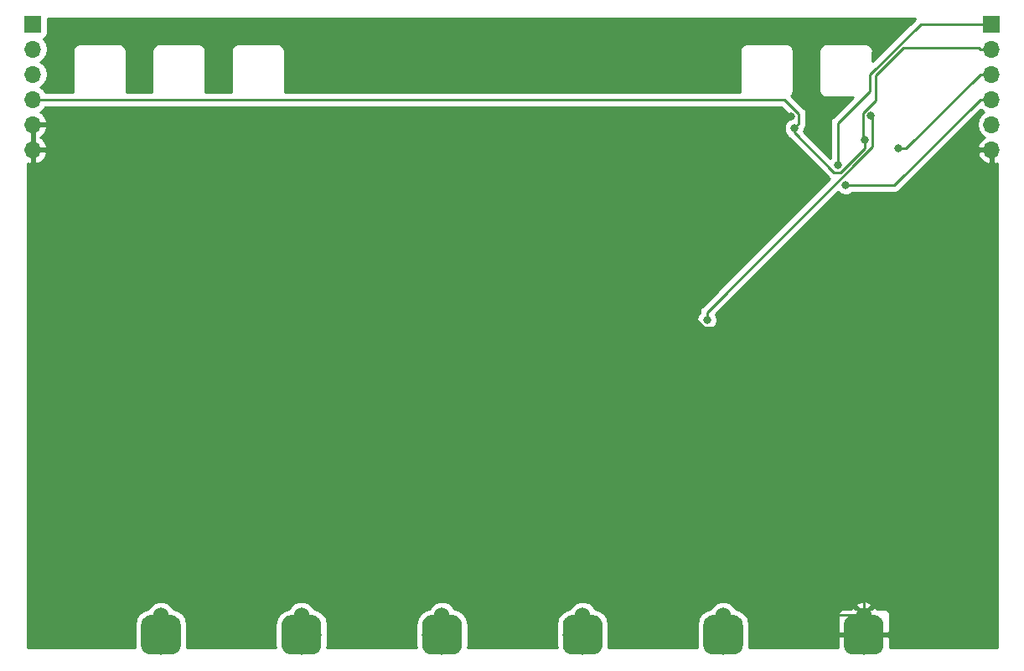
<source format=gbr>
G04 #@! TF.GenerationSoftware,KiCad,Pcbnew,5.0.2-bee76a0~70~ubuntu18.04.1*
G04 #@! TF.CreationDate,2018-12-10T16:15:13+09:00*
G04 #@! TF.ProjectId,2019_01,32303139-5f30-4312-9e6b-696361645f70,rev?*
G04 #@! TF.SameCoordinates,Original*
G04 #@! TF.FileFunction,Copper,L2,Bot*
G04 #@! TF.FilePolarity,Positive*
%FSLAX46Y46*%
G04 Gerber Fmt 4.6, Leading zero omitted, Abs format (unit mm)*
G04 Created by KiCad (PCBNEW 5.0.2-bee76a0~70~ubuntu18.04.1) date 2018年12月10日 16時15分13秒*
%MOMM*%
%LPD*%
G01*
G04 APERTURE LIST*
G04 #@! TA.AperFunction,Conductor*
%ADD10C,0.100000*%
G04 #@! TD*
G04 #@! TA.AperFunction,SMDPad,CuDef*
%ADD11C,4.000000*%
G04 #@! TD*
G04 #@! TA.AperFunction,ComponentPad*
%ADD12C,1.524000*%
G04 #@! TD*
G04 #@! TA.AperFunction,ComponentPad*
%ADD13R,1.700000X1.700000*%
G04 #@! TD*
G04 #@! TA.AperFunction,ComponentPad*
%ADD14O,1.700000X1.700000*%
G04 #@! TD*
G04 #@! TA.AperFunction,ViaPad*
%ADD15C,0.800000*%
G04 #@! TD*
G04 #@! TA.AperFunction,Conductor*
%ADD16C,0.250000*%
G04 #@! TD*
G04 #@! TA.AperFunction,Conductor*
%ADD17C,0.254000*%
G04 #@! TD*
G04 APERTURE END LIST*
D10*
G04 #@! TO.N,+5V*
G04 #@! TO.C,J3*
G36*
X152163017Y-100950415D02*
X152260090Y-100964815D01*
X152355285Y-100988660D01*
X152447683Y-101021720D01*
X152536397Y-101063679D01*
X152620570Y-101114130D01*
X152699393Y-101172590D01*
X152772107Y-101238493D01*
X152838010Y-101311207D01*
X152896470Y-101390030D01*
X152946921Y-101474203D01*
X152988880Y-101562917D01*
X153021940Y-101655315D01*
X153045785Y-101750510D01*
X153060185Y-101847583D01*
X153065000Y-101945600D01*
X153065000Y-103945600D01*
X153060185Y-104043617D01*
X153045785Y-104140690D01*
X153021940Y-104235885D01*
X152988880Y-104328283D01*
X152946921Y-104416997D01*
X152896470Y-104501170D01*
X152838010Y-104579993D01*
X152772107Y-104652707D01*
X152699393Y-104718610D01*
X152620570Y-104777070D01*
X152536397Y-104827521D01*
X152447683Y-104869480D01*
X152355285Y-104902540D01*
X152260090Y-104926385D01*
X152163017Y-104940785D01*
X152065000Y-104945600D01*
X150065000Y-104945600D01*
X149966983Y-104940785D01*
X149869910Y-104926385D01*
X149774715Y-104902540D01*
X149682317Y-104869480D01*
X149593603Y-104827521D01*
X149509430Y-104777070D01*
X149430607Y-104718610D01*
X149357893Y-104652707D01*
X149291990Y-104579993D01*
X149233530Y-104501170D01*
X149183079Y-104416997D01*
X149141120Y-104328283D01*
X149108060Y-104235885D01*
X149084215Y-104140690D01*
X149069815Y-104043617D01*
X149065000Y-103945600D01*
X149065000Y-101945600D01*
X149069815Y-101847583D01*
X149084215Y-101750510D01*
X149108060Y-101655315D01*
X149141120Y-101562917D01*
X149183079Y-101474203D01*
X149233530Y-101390030D01*
X149291990Y-101311207D01*
X149357893Y-101238493D01*
X149430607Y-101172590D01*
X149509430Y-101114130D01*
X149593603Y-101063679D01*
X149682317Y-101021720D01*
X149774715Y-100988660D01*
X149869910Y-100964815D01*
X149966983Y-100950415D01*
X150065000Y-100945600D01*
X152065000Y-100945600D01*
X152163017Y-100950415D01*
X152163017Y-100950415D01*
G37*
D11*
G04 #@! TD*
G04 #@! TO.P,J3,1*
G04 #@! TO.N,+5V*
X151065000Y-102945600D03*
D12*
G04 #@! TO.P,J3,1*
G04 #@! TO.N,+5V*
X151065000Y-100945600D03*
G04 #@! TD*
D10*
G04 #@! TO.N,D5*
G04 #@! TO.C,J4*
G36*
X166363017Y-100950415D02*
X166460090Y-100964815D01*
X166555285Y-100988660D01*
X166647683Y-101021720D01*
X166736397Y-101063679D01*
X166820570Y-101114130D01*
X166899393Y-101172590D01*
X166972107Y-101238493D01*
X167038010Y-101311207D01*
X167096470Y-101390030D01*
X167146921Y-101474203D01*
X167188880Y-101562917D01*
X167221940Y-101655315D01*
X167245785Y-101750510D01*
X167260185Y-101847583D01*
X167265000Y-101945600D01*
X167265000Y-103945600D01*
X167260185Y-104043617D01*
X167245785Y-104140690D01*
X167221940Y-104235885D01*
X167188880Y-104328283D01*
X167146921Y-104416997D01*
X167096470Y-104501170D01*
X167038010Y-104579993D01*
X166972107Y-104652707D01*
X166899393Y-104718610D01*
X166820570Y-104777070D01*
X166736397Y-104827521D01*
X166647683Y-104869480D01*
X166555285Y-104902540D01*
X166460090Y-104926385D01*
X166363017Y-104940785D01*
X166265000Y-104945600D01*
X164265000Y-104945600D01*
X164166983Y-104940785D01*
X164069910Y-104926385D01*
X163974715Y-104902540D01*
X163882317Y-104869480D01*
X163793603Y-104827521D01*
X163709430Y-104777070D01*
X163630607Y-104718610D01*
X163557893Y-104652707D01*
X163491990Y-104579993D01*
X163433530Y-104501170D01*
X163383079Y-104416997D01*
X163341120Y-104328283D01*
X163308060Y-104235885D01*
X163284215Y-104140690D01*
X163269815Y-104043617D01*
X163265000Y-103945600D01*
X163265000Y-101945600D01*
X163269815Y-101847583D01*
X163284215Y-101750510D01*
X163308060Y-101655315D01*
X163341120Y-101562917D01*
X163383079Y-101474203D01*
X163433530Y-101390030D01*
X163491990Y-101311207D01*
X163557893Y-101238493D01*
X163630607Y-101172590D01*
X163709430Y-101114130D01*
X163793603Y-101063679D01*
X163882317Y-101021720D01*
X163974715Y-100988660D01*
X164069910Y-100964815D01*
X164166983Y-100950415D01*
X164265000Y-100945600D01*
X166265000Y-100945600D01*
X166363017Y-100950415D01*
X166363017Y-100950415D01*
G37*
D11*
G04 #@! TD*
G04 #@! TO.P,J4,1*
G04 #@! TO.N,D5*
X165265000Y-102945600D03*
D12*
G04 #@! TO.P,J4,1*
G04 #@! TO.N,D5*
X165265000Y-100945600D03*
G04 #@! TD*
D10*
G04 #@! TO.N,D6*
G04 #@! TO.C,J5*
G36*
X180563017Y-100950415D02*
X180660090Y-100964815D01*
X180755285Y-100988660D01*
X180847683Y-101021720D01*
X180936397Y-101063679D01*
X181020570Y-101114130D01*
X181099393Y-101172590D01*
X181172107Y-101238493D01*
X181238010Y-101311207D01*
X181296470Y-101390030D01*
X181346921Y-101474203D01*
X181388880Y-101562917D01*
X181421940Y-101655315D01*
X181445785Y-101750510D01*
X181460185Y-101847583D01*
X181465000Y-101945600D01*
X181465000Y-103945600D01*
X181460185Y-104043617D01*
X181445785Y-104140690D01*
X181421940Y-104235885D01*
X181388880Y-104328283D01*
X181346921Y-104416997D01*
X181296470Y-104501170D01*
X181238010Y-104579993D01*
X181172107Y-104652707D01*
X181099393Y-104718610D01*
X181020570Y-104777070D01*
X180936397Y-104827521D01*
X180847683Y-104869480D01*
X180755285Y-104902540D01*
X180660090Y-104926385D01*
X180563017Y-104940785D01*
X180465000Y-104945600D01*
X178465000Y-104945600D01*
X178366983Y-104940785D01*
X178269910Y-104926385D01*
X178174715Y-104902540D01*
X178082317Y-104869480D01*
X177993603Y-104827521D01*
X177909430Y-104777070D01*
X177830607Y-104718610D01*
X177757893Y-104652707D01*
X177691990Y-104579993D01*
X177633530Y-104501170D01*
X177583079Y-104416997D01*
X177541120Y-104328283D01*
X177508060Y-104235885D01*
X177484215Y-104140690D01*
X177469815Y-104043617D01*
X177465000Y-103945600D01*
X177465000Y-101945600D01*
X177469815Y-101847583D01*
X177484215Y-101750510D01*
X177508060Y-101655315D01*
X177541120Y-101562917D01*
X177583079Y-101474203D01*
X177633530Y-101390030D01*
X177691990Y-101311207D01*
X177757893Y-101238493D01*
X177830607Y-101172590D01*
X177909430Y-101114130D01*
X177993603Y-101063679D01*
X178082317Y-101021720D01*
X178174715Y-100988660D01*
X178269910Y-100964815D01*
X178366983Y-100950415D01*
X178465000Y-100945600D01*
X180465000Y-100945600D01*
X180563017Y-100950415D01*
X180563017Y-100950415D01*
G37*
D11*
G04 #@! TD*
G04 #@! TO.P,J5,1*
G04 #@! TO.N,D6*
X179465000Y-102945600D03*
D12*
G04 #@! TO.P,J5,1*
G04 #@! TO.N,D6*
X179465000Y-100945600D03*
G04 #@! TD*
D10*
G04 #@! TO.N,A4-SDA*
G04 #@! TO.C,J6*
G36*
X194763017Y-100950415D02*
X194860090Y-100964815D01*
X194955285Y-100988660D01*
X195047683Y-101021720D01*
X195136397Y-101063679D01*
X195220570Y-101114130D01*
X195299393Y-101172590D01*
X195372107Y-101238493D01*
X195438010Y-101311207D01*
X195496470Y-101390030D01*
X195546921Y-101474203D01*
X195588880Y-101562917D01*
X195621940Y-101655315D01*
X195645785Y-101750510D01*
X195660185Y-101847583D01*
X195665000Y-101945600D01*
X195665000Y-103945600D01*
X195660185Y-104043617D01*
X195645785Y-104140690D01*
X195621940Y-104235885D01*
X195588880Y-104328283D01*
X195546921Y-104416997D01*
X195496470Y-104501170D01*
X195438010Y-104579993D01*
X195372107Y-104652707D01*
X195299393Y-104718610D01*
X195220570Y-104777070D01*
X195136397Y-104827521D01*
X195047683Y-104869480D01*
X194955285Y-104902540D01*
X194860090Y-104926385D01*
X194763017Y-104940785D01*
X194665000Y-104945600D01*
X192665000Y-104945600D01*
X192566983Y-104940785D01*
X192469910Y-104926385D01*
X192374715Y-104902540D01*
X192282317Y-104869480D01*
X192193603Y-104827521D01*
X192109430Y-104777070D01*
X192030607Y-104718610D01*
X191957893Y-104652707D01*
X191891990Y-104579993D01*
X191833530Y-104501170D01*
X191783079Y-104416997D01*
X191741120Y-104328283D01*
X191708060Y-104235885D01*
X191684215Y-104140690D01*
X191669815Y-104043617D01*
X191665000Y-103945600D01*
X191665000Y-101945600D01*
X191669815Y-101847583D01*
X191684215Y-101750510D01*
X191708060Y-101655315D01*
X191741120Y-101562917D01*
X191783079Y-101474203D01*
X191833530Y-101390030D01*
X191891990Y-101311207D01*
X191957893Y-101238493D01*
X192030607Y-101172590D01*
X192109430Y-101114130D01*
X192193603Y-101063679D01*
X192282317Y-101021720D01*
X192374715Y-100988660D01*
X192469910Y-100964815D01*
X192566983Y-100950415D01*
X192665000Y-100945600D01*
X194665000Y-100945600D01*
X194763017Y-100950415D01*
X194763017Y-100950415D01*
G37*
D11*
G04 #@! TD*
G04 #@! TO.P,J6,1*
G04 #@! TO.N,A4-SDA*
X193665000Y-102945600D03*
D12*
G04 #@! TO.P,J6,1*
G04 #@! TO.N,A4-SDA*
X193665000Y-100945600D03*
G04 #@! TD*
D10*
G04 #@! TO.N,A5-SCL*
G04 #@! TO.C,J7*
G36*
X208963017Y-100950415D02*
X209060090Y-100964815D01*
X209155285Y-100988660D01*
X209247683Y-101021720D01*
X209336397Y-101063679D01*
X209420570Y-101114130D01*
X209499393Y-101172590D01*
X209572107Y-101238493D01*
X209638010Y-101311207D01*
X209696470Y-101390030D01*
X209746921Y-101474203D01*
X209788880Y-101562917D01*
X209821940Y-101655315D01*
X209845785Y-101750510D01*
X209860185Y-101847583D01*
X209865000Y-101945600D01*
X209865000Y-103945600D01*
X209860185Y-104043617D01*
X209845785Y-104140690D01*
X209821940Y-104235885D01*
X209788880Y-104328283D01*
X209746921Y-104416997D01*
X209696470Y-104501170D01*
X209638010Y-104579993D01*
X209572107Y-104652707D01*
X209499393Y-104718610D01*
X209420570Y-104777070D01*
X209336397Y-104827521D01*
X209247683Y-104869480D01*
X209155285Y-104902540D01*
X209060090Y-104926385D01*
X208963017Y-104940785D01*
X208865000Y-104945600D01*
X206865000Y-104945600D01*
X206766983Y-104940785D01*
X206669910Y-104926385D01*
X206574715Y-104902540D01*
X206482317Y-104869480D01*
X206393603Y-104827521D01*
X206309430Y-104777070D01*
X206230607Y-104718610D01*
X206157893Y-104652707D01*
X206091990Y-104579993D01*
X206033530Y-104501170D01*
X205983079Y-104416997D01*
X205941120Y-104328283D01*
X205908060Y-104235885D01*
X205884215Y-104140690D01*
X205869815Y-104043617D01*
X205865000Y-103945600D01*
X205865000Y-101945600D01*
X205869815Y-101847583D01*
X205884215Y-101750510D01*
X205908060Y-101655315D01*
X205941120Y-101562917D01*
X205983079Y-101474203D01*
X206033530Y-101390030D01*
X206091990Y-101311207D01*
X206157893Y-101238493D01*
X206230607Y-101172590D01*
X206309430Y-101114130D01*
X206393603Y-101063679D01*
X206482317Y-101021720D01*
X206574715Y-100988660D01*
X206669910Y-100964815D01*
X206766983Y-100950415D01*
X206865000Y-100945600D01*
X208865000Y-100945600D01*
X208963017Y-100950415D01*
X208963017Y-100950415D01*
G37*
D11*
G04 #@! TD*
G04 #@! TO.P,J7,1*
G04 #@! TO.N,A5-SCL*
X207865000Y-102945600D03*
D12*
G04 #@! TO.P,J7,1*
G04 #@! TO.N,A5-SCL*
X207865000Y-100945600D03*
G04 #@! TD*
D10*
G04 #@! TO.N,GND*
G04 #@! TO.C,J8*
G36*
X223163017Y-100950415D02*
X223260090Y-100964815D01*
X223355285Y-100988660D01*
X223447683Y-101021720D01*
X223536397Y-101063679D01*
X223620570Y-101114130D01*
X223699393Y-101172590D01*
X223772107Y-101238493D01*
X223838010Y-101311207D01*
X223896470Y-101390030D01*
X223946921Y-101474203D01*
X223988880Y-101562917D01*
X224021940Y-101655315D01*
X224045785Y-101750510D01*
X224060185Y-101847583D01*
X224065000Y-101945600D01*
X224065000Y-103945600D01*
X224060185Y-104043617D01*
X224045785Y-104140690D01*
X224021940Y-104235885D01*
X223988880Y-104328283D01*
X223946921Y-104416997D01*
X223896470Y-104501170D01*
X223838010Y-104579993D01*
X223772107Y-104652707D01*
X223699393Y-104718610D01*
X223620570Y-104777070D01*
X223536397Y-104827521D01*
X223447683Y-104869480D01*
X223355285Y-104902540D01*
X223260090Y-104926385D01*
X223163017Y-104940785D01*
X223065000Y-104945600D01*
X221065000Y-104945600D01*
X220966983Y-104940785D01*
X220869910Y-104926385D01*
X220774715Y-104902540D01*
X220682317Y-104869480D01*
X220593603Y-104827521D01*
X220509430Y-104777070D01*
X220430607Y-104718610D01*
X220357893Y-104652707D01*
X220291990Y-104579993D01*
X220233530Y-104501170D01*
X220183079Y-104416997D01*
X220141120Y-104328283D01*
X220108060Y-104235885D01*
X220084215Y-104140690D01*
X220069815Y-104043617D01*
X220065000Y-103945600D01*
X220065000Y-101945600D01*
X220069815Y-101847583D01*
X220084215Y-101750510D01*
X220108060Y-101655315D01*
X220141120Y-101562917D01*
X220183079Y-101474203D01*
X220233530Y-101390030D01*
X220291990Y-101311207D01*
X220357893Y-101238493D01*
X220430607Y-101172590D01*
X220509430Y-101114130D01*
X220593603Y-101063679D01*
X220682317Y-101021720D01*
X220774715Y-100988660D01*
X220869910Y-100964815D01*
X220966983Y-100950415D01*
X221065000Y-100945600D01*
X223065000Y-100945600D01*
X223163017Y-100950415D01*
X223163017Y-100950415D01*
G37*
D11*
G04 #@! TD*
G04 #@! TO.P,J8,1*
G04 #@! TO.N,GND*
X222065000Y-102945600D03*
D12*
G04 #@! TO.P,J8,1*
G04 #@! TO.N,GND*
X222065000Y-100945600D03*
G04 #@! TD*
D13*
G04 #@! TO.P,J1,1*
G04 #@! TO.N,RST*
X138120000Y-41214000D03*
D14*
G04 #@! TO.P,J1,2*
G04 #@! TO.N,RX*
X138120000Y-43754000D03*
G04 #@! TO.P,J1,3*
G04 #@! TO.N,TX*
X138120000Y-46294000D03*
G04 #@! TO.P,J1,4*
G04 #@! TO.N,+5V*
X138120000Y-48834000D03*
G04 #@! TO.P,J1,5*
G04 #@! TO.N,GND*
X138120000Y-51374000D03*
G04 #@! TO.P,J1,6*
X138120000Y-53914000D03*
G04 #@! TD*
G04 #@! TO.P,J2,6*
G04 #@! TO.N,GND*
X235006000Y-53919100D03*
G04 #@! TO.P,J2,5*
G04 #@! TO.N,RST*
X235006000Y-51379100D03*
G04 #@! TO.P,J2,4*
G04 #@! TO.N,MISO*
X235006000Y-48839100D03*
G04 #@! TO.P,J2,3*
G04 #@! TO.N,SCK*
X235006000Y-46299100D03*
G04 #@! TO.P,J2,2*
G04 #@! TO.N,+5V*
X235006000Y-43759100D03*
D13*
G04 #@! TO.P,J2,1*
G04 #@! TO.N,MOSI*
X235006000Y-41219100D03*
G04 #@! TD*
D15*
G04 #@! TO.N,+5V*
X215047800Y-51712600D03*
X222205600Y-52932600D03*
G04 #@! TO.N,GND*
X214740800Y-50533900D03*
X209472100Y-52682100D03*
X206103016Y-99088966D03*
X191917320Y-99105720D03*
X177754280Y-99136200D03*
X162890200Y-99156520D03*
X144653000Y-49966880D03*
X149123400Y-47746920D03*
X148940520Y-42311320D03*
X199009000Y-66969640D03*
X219329000Y-64216280D03*
G04 #@! TO.N,MOSI*
X219451300Y-55464100D03*
G04 #@! TO.N,SCK*
X225592500Y-53773300D03*
G04 #@! TO.N,MISO*
X220247200Y-57503000D03*
G04 #@! TO.N,A4-SDA*
X206236500Y-71136400D03*
X222744600Y-50517500D03*
G04 #@! TD*
D16*
G04 #@! TO.N,+5V*
X233830700Y-43759100D02*
X233676100Y-43604500D01*
X233676100Y-43604500D02*
X226093300Y-43604500D01*
X226093300Y-43604500D02*
X223283600Y-46414200D01*
X223283600Y-46414200D02*
X223283600Y-48952800D01*
X223283600Y-48952800D02*
X222019300Y-50217100D01*
X222019300Y-50217100D02*
X222019300Y-52746300D01*
X222019300Y-52746300D02*
X222205600Y-52932600D01*
X215047800Y-51712600D02*
X215505400Y-51255000D01*
X215505400Y-51255000D02*
X215505400Y-50272700D01*
X215505400Y-50272700D02*
X214066700Y-48834000D01*
X214066700Y-48834000D02*
X138120000Y-48834000D01*
X222205600Y-52932600D02*
X222205600Y-53745400D01*
X222205600Y-53745400D02*
X219739300Y-56211700D01*
X219739300Y-56211700D02*
X219056700Y-56211700D01*
X219056700Y-56211700D02*
X215047800Y-52202800D01*
X215047800Y-52202800D02*
X215047800Y-51712600D01*
X235006000Y-43759100D02*
X233830700Y-43759100D01*
G04 #@! TO.N,GND*
X222065000Y-100945600D02*
X217206480Y-100945600D01*
X217206480Y-100945600D02*
X214731600Y-98470720D01*
X204306300Y-57847900D02*
X204306300Y-70265800D01*
X204306300Y-70265800D02*
X205911000Y-71870500D01*
X205911000Y-71870500D02*
X215879300Y-71870500D01*
X209472100Y-52682100D02*
X212592600Y-52682100D01*
X212592600Y-52682100D02*
X214740800Y-50533900D01*
X139295300Y-53914000D02*
X143229200Y-57847900D01*
X143229200Y-57847900D02*
X204306300Y-57847900D01*
X204306300Y-57847900D02*
X209472100Y-52682100D01*
X138120000Y-53914000D02*
X139295300Y-53914000D01*
X138120000Y-53914000D02*
X138120000Y-51374000D01*
X235006000Y-53919100D02*
X233830700Y-53919100D01*
X206227153Y-98964829D02*
X206103016Y-99088966D01*
X222065000Y-100945600D02*
X220084229Y-98964829D01*
X220084229Y-98964829D02*
X206227153Y-98964829D01*
X206103016Y-99088966D02*
X191934074Y-99088966D01*
X191934074Y-99088966D02*
X191917320Y-99105720D01*
X191917320Y-99105720D02*
X177784760Y-99105720D01*
X177784760Y-99105720D02*
X177754280Y-99136200D01*
X177754280Y-99136200D02*
X162910520Y-99136200D01*
X162910520Y-99136200D02*
X162890200Y-99156520D01*
X138120000Y-53914000D02*
X140705880Y-53914000D01*
X140705880Y-53914000D02*
X144653000Y-49966880D01*
X149123400Y-47746920D02*
X149123400Y-42494200D01*
X149123400Y-42494200D02*
X148940520Y-42311320D01*
X222065000Y-100945600D02*
X222065000Y-96543280D01*
X222065000Y-96543280D02*
X199009000Y-73487280D01*
X199009000Y-73487280D02*
X199009000Y-66969640D01*
X220419480Y-65306760D02*
X219329000Y-64216280D01*
X220419480Y-67330320D02*
X220419480Y-65306760D01*
X220419480Y-67330320D02*
X233830700Y-53919100D01*
X215879300Y-71870500D02*
X220419480Y-67330320D01*
G04 #@! TO.N,MOSI*
X235006000Y-41219100D02*
X227841800Y-41219100D01*
X227841800Y-41219100D02*
X222690700Y-46370200D01*
X222690700Y-46370200D02*
X222690700Y-47997900D01*
X222690700Y-47997900D02*
X219451300Y-51237300D01*
X219451300Y-51237300D02*
X219451300Y-55464100D01*
G04 #@! TO.N,SCK*
X235006000Y-46299100D02*
X233830700Y-46299100D01*
X233830700Y-46299100D02*
X226356500Y-53773300D01*
X226356500Y-53773300D02*
X225592500Y-53773300D01*
G04 #@! TO.N,MISO*
X233830700Y-48839100D02*
X225166800Y-57503000D01*
X225166800Y-57503000D02*
X220247200Y-57503000D01*
X235006000Y-48839100D02*
X233830700Y-48839100D01*
G04 #@! TO.N,A4-SDA*
X222744600Y-50517500D02*
X222965200Y-50738100D01*
X222965200Y-50738100D02*
X222965200Y-53633400D01*
X222965200Y-53633400D02*
X206236500Y-70362100D01*
X206236500Y-70362100D02*
X206236500Y-71136400D01*
G04 #@! TD*
D17*
G04 #@! TO.N,GND*
G36*
X214745401Y-50587502D02*
X214745401Y-50717582D01*
X214461520Y-50835169D01*
X214170369Y-51126320D01*
X214012800Y-51506726D01*
X214012800Y-51918474D01*
X214170369Y-52298880D01*
X214322230Y-52450741D01*
X214331896Y-52499336D01*
X214499871Y-52750729D01*
X214563330Y-52793131D01*
X218466371Y-56696173D01*
X218508771Y-56759629D01*
X218572227Y-56802029D01*
X218661870Y-56861927D01*
X205752030Y-69771769D01*
X205688571Y-69814171D01*
X205520596Y-70065564D01*
X205476500Y-70287249D01*
X205476500Y-70287253D01*
X205461612Y-70362100D01*
X205475794Y-70433395D01*
X205359069Y-70550120D01*
X205201500Y-70930526D01*
X205201500Y-71342274D01*
X205359069Y-71722680D01*
X205650220Y-72013831D01*
X206030626Y-72171400D01*
X206442374Y-72171400D01*
X206822780Y-72013831D01*
X207113931Y-71722680D01*
X207271500Y-71342274D01*
X207271500Y-70930526D01*
X207116670Y-70556731D01*
X219476946Y-58196457D01*
X219660920Y-58380431D01*
X220041326Y-58538000D01*
X220453074Y-58538000D01*
X220833480Y-58380431D01*
X220950911Y-58263000D01*
X225091953Y-58263000D01*
X225166800Y-58277888D01*
X225241647Y-58263000D01*
X225241652Y-58263000D01*
X225463337Y-58218904D01*
X225714729Y-58050929D01*
X225757131Y-57987470D01*
X229468611Y-54275990D01*
X233564524Y-54275990D01*
X233734355Y-54686024D01*
X234124642Y-55114283D01*
X234649108Y-55360586D01*
X234879000Y-55239919D01*
X234879000Y-54046100D01*
X233685845Y-54046100D01*
X233564524Y-54275990D01*
X229468611Y-54275990D01*
X233895121Y-49849481D01*
X233935375Y-49909725D01*
X234233761Y-50109100D01*
X233935375Y-50308475D01*
X233607161Y-50799682D01*
X233491908Y-51379100D01*
X233607161Y-51958518D01*
X233935375Y-52449725D01*
X234254478Y-52662943D01*
X234124642Y-52723917D01*
X233734355Y-53152176D01*
X233564524Y-53562210D01*
X233685845Y-53792100D01*
X234879000Y-53792100D01*
X234879000Y-53772100D01*
X235133000Y-53772100D01*
X235133000Y-53792100D01*
X235153000Y-53792100D01*
X235153000Y-54046100D01*
X235133000Y-54046100D01*
X235133000Y-55239919D01*
X235362892Y-55360586D01*
X235530361Y-55281938D01*
X235530360Y-104210560D01*
X224700000Y-104210560D01*
X224700000Y-103231350D01*
X224541250Y-103072600D01*
X222192000Y-103072600D01*
X222192000Y-103092600D01*
X221938000Y-103092600D01*
X221938000Y-103072600D01*
X219588750Y-103072600D01*
X219430000Y-103231350D01*
X219430000Y-104210560D01*
X210459736Y-104210560D01*
X210512440Y-103945600D01*
X210512440Y-101945600D01*
X210387036Y-101315152D01*
X210055712Y-100819290D01*
X219430000Y-100819290D01*
X219430000Y-102659850D01*
X219588750Y-102818600D01*
X221938000Y-102818600D01*
X221938000Y-102798600D01*
X222192000Y-102798600D01*
X222192000Y-102818600D01*
X224541250Y-102818600D01*
X224700000Y-102659850D01*
X224700000Y-100819290D01*
X224603327Y-100585901D01*
X224424698Y-100407273D01*
X224191309Y-100310600D01*
X223327221Y-100310600D01*
X223287397Y-100214457D01*
X223045213Y-100144992D01*
X222879605Y-100310600D01*
X222520395Y-100310600D01*
X222865608Y-99965387D01*
X222796143Y-99723203D01*
X222272698Y-99536456D01*
X221717632Y-99564238D01*
X221333857Y-99723203D01*
X221264392Y-99965387D01*
X221609605Y-100310600D01*
X221250395Y-100310600D01*
X221084787Y-100144992D01*
X220842603Y-100214457D01*
X220808303Y-100310600D01*
X219938691Y-100310600D01*
X219705302Y-100407273D01*
X219526673Y-100585901D01*
X219430000Y-100819290D01*
X210055712Y-100819290D01*
X210029916Y-100780684D01*
X209495448Y-100423564D01*
X209130826Y-100351036D01*
X209049320Y-100154263D01*
X208656337Y-99761280D01*
X208142881Y-99548600D01*
X207587119Y-99548600D01*
X207073663Y-99761280D01*
X206680680Y-100154263D01*
X206599174Y-100351036D01*
X206234552Y-100423564D01*
X205700084Y-100780684D01*
X205342964Y-101315152D01*
X205217560Y-101945600D01*
X205217560Y-103945600D01*
X205270264Y-104210560D01*
X196259736Y-104210560D01*
X196312440Y-103945600D01*
X196312440Y-101945600D01*
X196187036Y-101315152D01*
X195829916Y-100780684D01*
X195295448Y-100423564D01*
X194930826Y-100351036D01*
X194849320Y-100154263D01*
X194456337Y-99761280D01*
X193942881Y-99548600D01*
X193387119Y-99548600D01*
X192873663Y-99761280D01*
X192480680Y-100154263D01*
X192399174Y-100351036D01*
X192034552Y-100423564D01*
X191500084Y-100780684D01*
X191142964Y-101315152D01*
X191017560Y-101945600D01*
X191017560Y-103945600D01*
X191070264Y-104210560D01*
X182059736Y-104210560D01*
X182112440Y-103945600D01*
X182112440Y-101945600D01*
X181987036Y-101315152D01*
X181629916Y-100780684D01*
X181095448Y-100423564D01*
X180730826Y-100351036D01*
X180649320Y-100154263D01*
X180256337Y-99761280D01*
X179742881Y-99548600D01*
X179187119Y-99548600D01*
X178673663Y-99761280D01*
X178280680Y-100154263D01*
X178199174Y-100351036D01*
X177834552Y-100423564D01*
X177300084Y-100780684D01*
X176942964Y-101315152D01*
X176817560Y-101945600D01*
X176817560Y-103945600D01*
X176870264Y-104210560D01*
X167859736Y-104210560D01*
X167912440Y-103945600D01*
X167912440Y-101945600D01*
X167787036Y-101315152D01*
X167429916Y-100780684D01*
X166895448Y-100423564D01*
X166530826Y-100351036D01*
X166449320Y-100154263D01*
X166056337Y-99761280D01*
X165542881Y-99548600D01*
X164987119Y-99548600D01*
X164473663Y-99761280D01*
X164080680Y-100154263D01*
X163999174Y-100351036D01*
X163634552Y-100423564D01*
X163100084Y-100780684D01*
X162742964Y-101315152D01*
X162617560Y-101945600D01*
X162617560Y-103945600D01*
X162670264Y-104210560D01*
X153659736Y-104210560D01*
X153712440Y-103945600D01*
X153712440Y-101945600D01*
X153587036Y-101315152D01*
X153229916Y-100780684D01*
X152695448Y-100423564D01*
X152330826Y-100351036D01*
X152249320Y-100154263D01*
X151856337Y-99761280D01*
X151342881Y-99548600D01*
X150787119Y-99548600D01*
X150273663Y-99761280D01*
X149880680Y-100154263D01*
X149799174Y-100351036D01*
X149434552Y-100423564D01*
X148900084Y-100780684D01*
X148542964Y-101315152D01*
X148417560Y-101945600D01*
X148417560Y-103945600D01*
X148470264Y-104210560D01*
X137600360Y-104210560D01*
X137600360Y-55279055D01*
X137763108Y-55355486D01*
X137993000Y-55234819D01*
X137993000Y-54041000D01*
X138247000Y-54041000D01*
X138247000Y-55234819D01*
X138476892Y-55355486D01*
X139001358Y-55109183D01*
X139391645Y-54680924D01*
X139561476Y-54270890D01*
X139440155Y-54041000D01*
X138247000Y-54041000D01*
X137993000Y-54041000D01*
X137973000Y-54041000D01*
X137973000Y-53787000D01*
X137993000Y-53787000D01*
X137993000Y-51501000D01*
X138247000Y-51501000D01*
X138247000Y-53787000D01*
X139440155Y-53787000D01*
X139561476Y-53557110D01*
X139391645Y-53147076D01*
X139001358Y-52718817D01*
X138842046Y-52644000D01*
X139001358Y-52569183D01*
X139391645Y-52140924D01*
X139561476Y-51730890D01*
X139440155Y-51501000D01*
X138247000Y-51501000D01*
X137993000Y-51501000D01*
X137973000Y-51501000D01*
X137973000Y-51247000D01*
X137993000Y-51247000D01*
X137993000Y-51227000D01*
X138247000Y-51227000D01*
X138247000Y-51247000D01*
X139440155Y-51247000D01*
X139561476Y-51017110D01*
X139391645Y-50607076D01*
X139001358Y-50178817D01*
X138871522Y-50117843D01*
X139190625Y-49904625D01*
X139398178Y-49594000D01*
X213751899Y-49594000D01*
X214745401Y-50587502D01*
X214745401Y-50587502D01*
G37*
X214745401Y-50587502D02*
X214745401Y-50717582D01*
X214461520Y-50835169D01*
X214170369Y-51126320D01*
X214012800Y-51506726D01*
X214012800Y-51918474D01*
X214170369Y-52298880D01*
X214322230Y-52450741D01*
X214331896Y-52499336D01*
X214499871Y-52750729D01*
X214563330Y-52793131D01*
X218466371Y-56696173D01*
X218508771Y-56759629D01*
X218572227Y-56802029D01*
X218661870Y-56861927D01*
X205752030Y-69771769D01*
X205688571Y-69814171D01*
X205520596Y-70065564D01*
X205476500Y-70287249D01*
X205476500Y-70287253D01*
X205461612Y-70362100D01*
X205475794Y-70433395D01*
X205359069Y-70550120D01*
X205201500Y-70930526D01*
X205201500Y-71342274D01*
X205359069Y-71722680D01*
X205650220Y-72013831D01*
X206030626Y-72171400D01*
X206442374Y-72171400D01*
X206822780Y-72013831D01*
X207113931Y-71722680D01*
X207271500Y-71342274D01*
X207271500Y-70930526D01*
X207116670Y-70556731D01*
X219476946Y-58196457D01*
X219660920Y-58380431D01*
X220041326Y-58538000D01*
X220453074Y-58538000D01*
X220833480Y-58380431D01*
X220950911Y-58263000D01*
X225091953Y-58263000D01*
X225166800Y-58277888D01*
X225241647Y-58263000D01*
X225241652Y-58263000D01*
X225463337Y-58218904D01*
X225714729Y-58050929D01*
X225757131Y-57987470D01*
X229468611Y-54275990D01*
X233564524Y-54275990D01*
X233734355Y-54686024D01*
X234124642Y-55114283D01*
X234649108Y-55360586D01*
X234879000Y-55239919D01*
X234879000Y-54046100D01*
X233685845Y-54046100D01*
X233564524Y-54275990D01*
X229468611Y-54275990D01*
X233895121Y-49849481D01*
X233935375Y-49909725D01*
X234233761Y-50109100D01*
X233935375Y-50308475D01*
X233607161Y-50799682D01*
X233491908Y-51379100D01*
X233607161Y-51958518D01*
X233935375Y-52449725D01*
X234254478Y-52662943D01*
X234124642Y-52723917D01*
X233734355Y-53152176D01*
X233564524Y-53562210D01*
X233685845Y-53792100D01*
X234879000Y-53792100D01*
X234879000Y-53772100D01*
X235133000Y-53772100D01*
X235133000Y-53792100D01*
X235153000Y-53792100D01*
X235153000Y-54046100D01*
X235133000Y-54046100D01*
X235133000Y-55239919D01*
X235362892Y-55360586D01*
X235530361Y-55281938D01*
X235530360Y-104210560D01*
X224700000Y-104210560D01*
X224700000Y-103231350D01*
X224541250Y-103072600D01*
X222192000Y-103072600D01*
X222192000Y-103092600D01*
X221938000Y-103092600D01*
X221938000Y-103072600D01*
X219588750Y-103072600D01*
X219430000Y-103231350D01*
X219430000Y-104210560D01*
X210459736Y-104210560D01*
X210512440Y-103945600D01*
X210512440Y-101945600D01*
X210387036Y-101315152D01*
X210055712Y-100819290D01*
X219430000Y-100819290D01*
X219430000Y-102659850D01*
X219588750Y-102818600D01*
X221938000Y-102818600D01*
X221938000Y-102798600D01*
X222192000Y-102798600D01*
X222192000Y-102818600D01*
X224541250Y-102818600D01*
X224700000Y-102659850D01*
X224700000Y-100819290D01*
X224603327Y-100585901D01*
X224424698Y-100407273D01*
X224191309Y-100310600D01*
X223327221Y-100310600D01*
X223287397Y-100214457D01*
X223045213Y-100144992D01*
X222879605Y-100310600D01*
X222520395Y-100310600D01*
X222865608Y-99965387D01*
X222796143Y-99723203D01*
X222272698Y-99536456D01*
X221717632Y-99564238D01*
X221333857Y-99723203D01*
X221264392Y-99965387D01*
X221609605Y-100310600D01*
X221250395Y-100310600D01*
X221084787Y-100144992D01*
X220842603Y-100214457D01*
X220808303Y-100310600D01*
X219938691Y-100310600D01*
X219705302Y-100407273D01*
X219526673Y-100585901D01*
X219430000Y-100819290D01*
X210055712Y-100819290D01*
X210029916Y-100780684D01*
X209495448Y-100423564D01*
X209130826Y-100351036D01*
X209049320Y-100154263D01*
X208656337Y-99761280D01*
X208142881Y-99548600D01*
X207587119Y-99548600D01*
X207073663Y-99761280D01*
X206680680Y-100154263D01*
X206599174Y-100351036D01*
X206234552Y-100423564D01*
X205700084Y-100780684D01*
X205342964Y-101315152D01*
X205217560Y-101945600D01*
X205217560Y-103945600D01*
X205270264Y-104210560D01*
X196259736Y-104210560D01*
X196312440Y-103945600D01*
X196312440Y-101945600D01*
X196187036Y-101315152D01*
X195829916Y-100780684D01*
X195295448Y-100423564D01*
X194930826Y-100351036D01*
X194849320Y-100154263D01*
X194456337Y-99761280D01*
X193942881Y-99548600D01*
X193387119Y-99548600D01*
X192873663Y-99761280D01*
X192480680Y-100154263D01*
X192399174Y-100351036D01*
X192034552Y-100423564D01*
X191500084Y-100780684D01*
X191142964Y-101315152D01*
X191017560Y-101945600D01*
X191017560Y-103945600D01*
X191070264Y-104210560D01*
X182059736Y-104210560D01*
X182112440Y-103945600D01*
X182112440Y-101945600D01*
X181987036Y-101315152D01*
X181629916Y-100780684D01*
X181095448Y-100423564D01*
X180730826Y-100351036D01*
X180649320Y-100154263D01*
X180256337Y-99761280D01*
X179742881Y-99548600D01*
X179187119Y-99548600D01*
X178673663Y-99761280D01*
X178280680Y-100154263D01*
X178199174Y-100351036D01*
X177834552Y-100423564D01*
X177300084Y-100780684D01*
X176942964Y-101315152D01*
X176817560Y-101945600D01*
X176817560Y-103945600D01*
X176870264Y-104210560D01*
X167859736Y-104210560D01*
X167912440Y-103945600D01*
X167912440Y-101945600D01*
X167787036Y-101315152D01*
X167429916Y-100780684D01*
X166895448Y-100423564D01*
X166530826Y-100351036D01*
X166449320Y-100154263D01*
X166056337Y-99761280D01*
X165542881Y-99548600D01*
X164987119Y-99548600D01*
X164473663Y-99761280D01*
X164080680Y-100154263D01*
X163999174Y-100351036D01*
X163634552Y-100423564D01*
X163100084Y-100780684D01*
X162742964Y-101315152D01*
X162617560Y-101945600D01*
X162617560Y-103945600D01*
X162670264Y-104210560D01*
X153659736Y-104210560D01*
X153712440Y-103945600D01*
X153712440Y-101945600D01*
X153587036Y-101315152D01*
X153229916Y-100780684D01*
X152695448Y-100423564D01*
X152330826Y-100351036D01*
X152249320Y-100154263D01*
X151856337Y-99761280D01*
X151342881Y-99548600D01*
X150787119Y-99548600D01*
X150273663Y-99761280D01*
X149880680Y-100154263D01*
X149799174Y-100351036D01*
X149434552Y-100423564D01*
X148900084Y-100780684D01*
X148542964Y-101315152D01*
X148417560Y-101945600D01*
X148417560Y-103945600D01*
X148470264Y-104210560D01*
X137600360Y-104210560D01*
X137600360Y-55279055D01*
X137763108Y-55355486D01*
X137993000Y-55234819D01*
X137993000Y-54041000D01*
X138247000Y-54041000D01*
X138247000Y-55234819D01*
X138476892Y-55355486D01*
X139001358Y-55109183D01*
X139391645Y-54680924D01*
X139561476Y-54270890D01*
X139440155Y-54041000D01*
X138247000Y-54041000D01*
X137993000Y-54041000D01*
X137973000Y-54041000D01*
X137973000Y-53787000D01*
X137993000Y-53787000D01*
X137993000Y-51501000D01*
X138247000Y-51501000D01*
X138247000Y-53787000D01*
X139440155Y-53787000D01*
X139561476Y-53557110D01*
X139391645Y-53147076D01*
X139001358Y-52718817D01*
X138842046Y-52644000D01*
X139001358Y-52569183D01*
X139391645Y-52140924D01*
X139561476Y-51730890D01*
X139440155Y-51501000D01*
X138247000Y-51501000D01*
X137993000Y-51501000D01*
X137973000Y-51501000D01*
X137973000Y-51247000D01*
X137993000Y-51247000D01*
X137993000Y-51227000D01*
X138247000Y-51227000D01*
X138247000Y-51247000D01*
X139440155Y-51247000D01*
X139561476Y-51017110D01*
X139391645Y-50607076D01*
X139001358Y-50178817D01*
X138871522Y-50117843D01*
X139190625Y-49904625D01*
X139398178Y-49594000D01*
X213751899Y-49594000D01*
X214745401Y-50587502D01*
G36*
X227251473Y-40734624D02*
X222975000Y-45011099D01*
X222975000Y-44015526D01*
X222988909Y-43945600D01*
X222933805Y-43668572D01*
X222776881Y-43433719D01*
X222542028Y-43276795D01*
X222334926Y-43235600D01*
X222265000Y-43221691D01*
X222195075Y-43235600D01*
X218334925Y-43235600D01*
X218265000Y-43221691D01*
X218195074Y-43235600D01*
X217987972Y-43276795D01*
X217753119Y-43433719D01*
X217596195Y-43668572D01*
X217541091Y-43945600D01*
X217555000Y-44015526D01*
X217555001Y-47875670D01*
X217541091Y-47945600D01*
X217596195Y-48222628D01*
X217753119Y-48457481D01*
X217987972Y-48614405D01*
X218195074Y-48655600D01*
X218195075Y-48655600D01*
X218265000Y-48669509D01*
X218334926Y-48655600D01*
X220958198Y-48655600D01*
X218966830Y-50646969D01*
X218903371Y-50689371D01*
X218735396Y-50940764D01*
X218691300Y-51162449D01*
X218691300Y-51162453D01*
X218676412Y-51237300D01*
X218691300Y-51312147D01*
X218691301Y-54760388D01*
X218685745Y-54765944D01*
X216011180Y-52091379D01*
X216082800Y-51918474D01*
X216082800Y-51758823D01*
X216221304Y-51551537D01*
X216265400Y-51329852D01*
X216265400Y-51329848D01*
X216280288Y-51255001D01*
X216265400Y-51180154D01*
X216265400Y-50347546D01*
X216280288Y-50272699D01*
X216265400Y-50197852D01*
X216265400Y-50197848D01*
X216221304Y-49976163D01*
X216053329Y-49724771D01*
X215989873Y-49682371D01*
X214769748Y-48462247D01*
X214776881Y-48457481D01*
X214933805Y-48222628D01*
X214988909Y-47945600D01*
X214975000Y-47875674D01*
X214975000Y-44015526D01*
X214988909Y-43945600D01*
X214933805Y-43668572D01*
X214776881Y-43433719D01*
X214542028Y-43276795D01*
X214334926Y-43235600D01*
X214265000Y-43221691D01*
X214195075Y-43235600D01*
X210334925Y-43235600D01*
X210265000Y-43221691D01*
X210195074Y-43235600D01*
X209987972Y-43276795D01*
X209753119Y-43433719D01*
X209596195Y-43668572D01*
X209541091Y-43945600D01*
X209555000Y-44015526D01*
X209555001Y-47875670D01*
X209541091Y-47945600D01*
X209566631Y-48074000D01*
X163563369Y-48074000D01*
X163588909Y-47945600D01*
X163575000Y-47875674D01*
X163575000Y-44015526D01*
X163588909Y-43945600D01*
X163533805Y-43668572D01*
X163376881Y-43433719D01*
X163142028Y-43276795D01*
X162934926Y-43235600D01*
X162865000Y-43221691D01*
X162795075Y-43235600D01*
X158934925Y-43235600D01*
X158865000Y-43221691D01*
X158795074Y-43235600D01*
X158587972Y-43276795D01*
X158353119Y-43433719D01*
X158196195Y-43668572D01*
X158141091Y-43945600D01*
X158155000Y-44015526D01*
X158155001Y-47875670D01*
X158141091Y-47945600D01*
X158166631Y-48074000D01*
X155563369Y-48074000D01*
X155588909Y-47945600D01*
X155575000Y-47875674D01*
X155575000Y-44015526D01*
X155588909Y-43945600D01*
X155533805Y-43668572D01*
X155376881Y-43433719D01*
X155142028Y-43276795D01*
X154934926Y-43235600D01*
X154865000Y-43221691D01*
X154795075Y-43235600D01*
X150934925Y-43235600D01*
X150865000Y-43221691D01*
X150795074Y-43235600D01*
X150587972Y-43276795D01*
X150353119Y-43433719D01*
X150196195Y-43668572D01*
X150141091Y-43945600D01*
X150155000Y-44015526D01*
X150155001Y-47875670D01*
X150141091Y-47945600D01*
X150166631Y-48074000D01*
X147563369Y-48074000D01*
X147588909Y-47945600D01*
X147575000Y-47875674D01*
X147575000Y-44015526D01*
X147588909Y-43945600D01*
X147533805Y-43668572D01*
X147376881Y-43433719D01*
X147142028Y-43276795D01*
X146934926Y-43235600D01*
X146865000Y-43221691D01*
X146795075Y-43235600D01*
X142934925Y-43235600D01*
X142865000Y-43221691D01*
X142795074Y-43235600D01*
X142587972Y-43276795D01*
X142353119Y-43433719D01*
X142196195Y-43668572D01*
X142141091Y-43945600D01*
X142155000Y-44015526D01*
X142155001Y-47875670D01*
X142141091Y-47945600D01*
X142166631Y-48074000D01*
X139398178Y-48074000D01*
X139190625Y-47763375D01*
X138892239Y-47564000D01*
X139190625Y-47364625D01*
X139518839Y-46873418D01*
X139634092Y-46294000D01*
X139518839Y-45714582D01*
X139190625Y-45223375D01*
X138892239Y-45024000D01*
X139190625Y-44824625D01*
X139518839Y-44333418D01*
X139634092Y-43754000D01*
X139518839Y-43174582D01*
X139190625Y-42683375D01*
X139172381Y-42671184D01*
X139217765Y-42662157D01*
X139427809Y-42521809D01*
X139568157Y-42311765D01*
X139617440Y-42064000D01*
X139617440Y-40680560D01*
X227287597Y-40680560D01*
X227251473Y-40734624D01*
X227251473Y-40734624D01*
G37*
X227251473Y-40734624D02*
X222975000Y-45011099D01*
X222975000Y-44015526D01*
X222988909Y-43945600D01*
X222933805Y-43668572D01*
X222776881Y-43433719D01*
X222542028Y-43276795D01*
X222334926Y-43235600D01*
X222265000Y-43221691D01*
X222195075Y-43235600D01*
X218334925Y-43235600D01*
X218265000Y-43221691D01*
X218195074Y-43235600D01*
X217987972Y-43276795D01*
X217753119Y-43433719D01*
X217596195Y-43668572D01*
X217541091Y-43945600D01*
X217555000Y-44015526D01*
X217555001Y-47875670D01*
X217541091Y-47945600D01*
X217596195Y-48222628D01*
X217753119Y-48457481D01*
X217987972Y-48614405D01*
X218195074Y-48655600D01*
X218195075Y-48655600D01*
X218265000Y-48669509D01*
X218334926Y-48655600D01*
X220958198Y-48655600D01*
X218966830Y-50646969D01*
X218903371Y-50689371D01*
X218735396Y-50940764D01*
X218691300Y-51162449D01*
X218691300Y-51162453D01*
X218676412Y-51237300D01*
X218691300Y-51312147D01*
X218691301Y-54760388D01*
X218685745Y-54765944D01*
X216011180Y-52091379D01*
X216082800Y-51918474D01*
X216082800Y-51758823D01*
X216221304Y-51551537D01*
X216265400Y-51329852D01*
X216265400Y-51329848D01*
X216280288Y-51255001D01*
X216265400Y-51180154D01*
X216265400Y-50347546D01*
X216280288Y-50272699D01*
X216265400Y-50197852D01*
X216265400Y-50197848D01*
X216221304Y-49976163D01*
X216053329Y-49724771D01*
X215989873Y-49682371D01*
X214769748Y-48462247D01*
X214776881Y-48457481D01*
X214933805Y-48222628D01*
X214988909Y-47945600D01*
X214975000Y-47875674D01*
X214975000Y-44015526D01*
X214988909Y-43945600D01*
X214933805Y-43668572D01*
X214776881Y-43433719D01*
X214542028Y-43276795D01*
X214334926Y-43235600D01*
X214265000Y-43221691D01*
X214195075Y-43235600D01*
X210334925Y-43235600D01*
X210265000Y-43221691D01*
X210195074Y-43235600D01*
X209987972Y-43276795D01*
X209753119Y-43433719D01*
X209596195Y-43668572D01*
X209541091Y-43945600D01*
X209555000Y-44015526D01*
X209555001Y-47875670D01*
X209541091Y-47945600D01*
X209566631Y-48074000D01*
X163563369Y-48074000D01*
X163588909Y-47945600D01*
X163575000Y-47875674D01*
X163575000Y-44015526D01*
X163588909Y-43945600D01*
X163533805Y-43668572D01*
X163376881Y-43433719D01*
X163142028Y-43276795D01*
X162934926Y-43235600D01*
X162865000Y-43221691D01*
X162795075Y-43235600D01*
X158934925Y-43235600D01*
X158865000Y-43221691D01*
X158795074Y-43235600D01*
X158587972Y-43276795D01*
X158353119Y-43433719D01*
X158196195Y-43668572D01*
X158141091Y-43945600D01*
X158155000Y-44015526D01*
X158155001Y-47875670D01*
X158141091Y-47945600D01*
X158166631Y-48074000D01*
X155563369Y-48074000D01*
X155588909Y-47945600D01*
X155575000Y-47875674D01*
X155575000Y-44015526D01*
X155588909Y-43945600D01*
X155533805Y-43668572D01*
X155376881Y-43433719D01*
X155142028Y-43276795D01*
X154934926Y-43235600D01*
X154865000Y-43221691D01*
X154795075Y-43235600D01*
X150934925Y-43235600D01*
X150865000Y-43221691D01*
X150795074Y-43235600D01*
X150587972Y-43276795D01*
X150353119Y-43433719D01*
X150196195Y-43668572D01*
X150141091Y-43945600D01*
X150155000Y-44015526D01*
X150155001Y-47875670D01*
X150141091Y-47945600D01*
X150166631Y-48074000D01*
X147563369Y-48074000D01*
X147588909Y-47945600D01*
X147575000Y-47875674D01*
X147575000Y-44015526D01*
X147588909Y-43945600D01*
X147533805Y-43668572D01*
X147376881Y-43433719D01*
X147142028Y-43276795D01*
X146934926Y-43235600D01*
X146865000Y-43221691D01*
X146795075Y-43235600D01*
X142934925Y-43235600D01*
X142865000Y-43221691D01*
X142795074Y-43235600D01*
X142587972Y-43276795D01*
X142353119Y-43433719D01*
X142196195Y-43668572D01*
X142141091Y-43945600D01*
X142155000Y-44015526D01*
X142155001Y-47875670D01*
X142141091Y-47945600D01*
X142166631Y-48074000D01*
X139398178Y-48074000D01*
X139190625Y-47763375D01*
X138892239Y-47564000D01*
X139190625Y-47364625D01*
X139518839Y-46873418D01*
X139634092Y-46294000D01*
X139518839Y-45714582D01*
X139190625Y-45223375D01*
X138892239Y-45024000D01*
X139190625Y-44824625D01*
X139518839Y-44333418D01*
X139634092Y-43754000D01*
X139518839Y-43174582D01*
X139190625Y-42683375D01*
X139172381Y-42671184D01*
X139217765Y-42662157D01*
X139427809Y-42521809D01*
X139568157Y-42311765D01*
X139617440Y-42064000D01*
X139617440Y-40680560D01*
X227287597Y-40680560D01*
X227251473Y-40734624D01*
G04 #@! TD*
M02*

</source>
